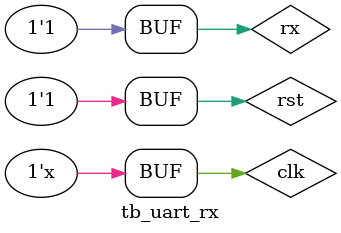
<source format=sv>

`timescale 1ns / 1ps

module tb_uart_rx();
    
    logic clk = 0;
    logic rst;
    logic rx; 
    
    always begin 
        #50000 // 0.1ms clk [0.05ms high -> 0.05ms low] 
        clk = ~clk;
    end  
    
    initial begin
        rst = 1;
        #10000
        rst = 0; 
        #10000
        rst = 1;
        
        // ½Ã¹Ä·¹ÀÌ¼ÇÀ» À§ÇØ rx ½ÅÈ£¿¡ ½Ã¸®¾ó µ¥ÀÌÅÍ Á¦°ø
        // ¿¹: 0x48 (ASCII 'H') Àü¼Û
        // ½ÃÀÛ ºñÆ® (0), µ¥ÀÌÅÍ ºñÆ® (01001000), Á¤Áö ºñÆ® (1)
        #10000 rx = 0; // ½ÃÀÛ ºñÆ®
        #10000 rx = 0; // LSB
        #10000 rx = 0;
        #10000 rx = 1;
        #10000 rx = 0;
        #10000 rx = 0;
        #10000 rx = 1;
        #10000 rx = 0;
        #10000 rx = 1; // MSB
        #10000 rx = 1; // Á¤Áö ºñÆ®
    end
    
    uart_rx DUT
    (
        .clk(clk),
        .rst(rst),
        .rx(rx)
    ); 
    
endmodule

</source>
